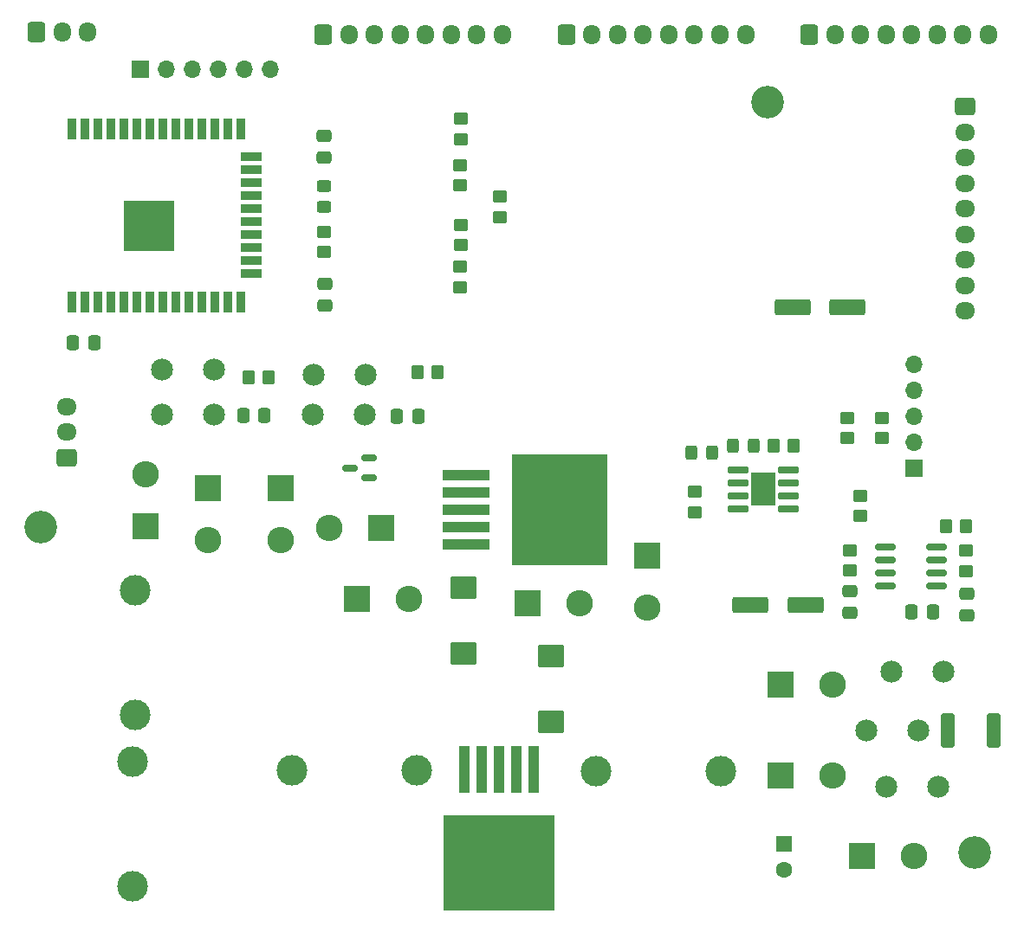
<source format=gts>
%TF.GenerationSoftware,KiCad,Pcbnew,(6.0.4)*%
%TF.CreationDate,2022-05-20T17:10:54-05:00*%
%TF.ProjectId,Easyrun,45617379-7275-46e2-9e6b-696361645f70,rev?*%
%TF.SameCoordinates,Original*%
%TF.FileFunction,Soldermask,Top*%
%TF.FilePolarity,Negative*%
%FSLAX46Y46*%
G04 Gerber Fmt 4.6, Leading zero omitted, Abs format (unit mm)*
G04 Created by KiCad (PCBNEW (6.0.4)) date 2022-05-20 17:10:54*
%MOMM*%
%LPD*%
G01*
G04 APERTURE LIST*
G04 Aperture macros list*
%AMRoundRect*
0 Rectangle with rounded corners*
0 $1 Rounding radius*
0 $2 $3 $4 $5 $6 $7 $8 $9 X,Y pos of 4 corners*
0 Add a 4 corners polygon primitive as box body*
4,1,4,$2,$3,$4,$5,$6,$7,$8,$9,$2,$3,0*
0 Add four circle primitives for the rounded corners*
1,1,$1+$1,$2,$3*
1,1,$1+$1,$4,$5*
1,1,$1+$1,$6,$7*
1,1,$1+$1,$8,$9*
0 Add four rect primitives between the rounded corners*
20,1,$1+$1,$2,$3,$4,$5,0*
20,1,$1+$1,$4,$5,$6,$7,0*
20,1,$1+$1,$6,$7,$8,$9,0*
20,1,$1+$1,$8,$9,$2,$3,0*%
G04 Aperture macros list end*
%ADD10RoundRect,0.250000X-0.600000X-0.725000X0.600000X-0.725000X0.600000X0.725000X-0.600000X0.725000X0*%
%ADD11O,1.700000X1.950000*%
%ADD12RoundRect,0.250000X-0.400000X-1.450000X0.400000X-1.450000X0.400000X1.450000X-0.400000X1.450000X0*%
%ADD13R,2.600000X2.600000*%
%ADD14O,2.600000X2.600000*%
%ADD15RoundRect,0.250000X-0.475000X0.337500X-0.475000X-0.337500X0.475000X-0.337500X0.475000X0.337500X0*%
%ADD16C,3.200000*%
%ADD17RoundRect,0.250000X-0.337500X-0.475000X0.337500X-0.475000X0.337500X0.475000X-0.337500X0.475000X0*%
%ADD18RoundRect,0.250000X0.337500X0.475000X-0.337500X0.475000X-0.337500X-0.475000X0.337500X-0.475000X0*%
%ADD19RoundRect,0.250000X-0.350000X-0.450000X0.350000X-0.450000X0.350000X0.450000X-0.350000X0.450000X0*%
%ADD20RoundRect,0.250000X-1.025000X0.875000X-1.025000X-0.875000X1.025000X-0.875000X1.025000X0.875000X0*%
%ADD21RoundRect,0.250000X0.475000X-0.337500X0.475000X0.337500X-0.475000X0.337500X-0.475000X-0.337500X0*%
%ADD22C,2.145000*%
%ADD23C,3.000000*%
%ADD24RoundRect,0.250000X0.450000X-0.350000X0.450000X0.350000X-0.450000X0.350000X-0.450000X-0.350000X0*%
%ADD25RoundRect,0.250000X-0.450000X0.350000X-0.450000X-0.350000X0.450000X-0.350000X0.450000X0.350000X0*%
%ADD26RoundRect,0.250000X-0.725000X0.600000X-0.725000X-0.600000X0.725000X-0.600000X0.725000X0.600000X0*%
%ADD27O,1.950000X1.700000*%
%ADD28RoundRect,0.250000X1.500000X0.550000X-1.500000X0.550000X-1.500000X-0.550000X1.500000X-0.550000X0*%
%ADD29RoundRect,0.042000X0.943000X0.258000X-0.943000X0.258000X-0.943000X-0.258000X0.943000X-0.258000X0*%
%ADD30R,2.413000X3.302000*%
%ADD31RoundRect,0.150000X-0.825000X-0.150000X0.825000X-0.150000X0.825000X0.150000X-0.825000X0.150000X0*%
%ADD32RoundRect,0.250000X-0.325000X-0.450000X0.325000X-0.450000X0.325000X0.450000X-0.325000X0.450000X0*%
%ADD33RoundRect,0.250000X-1.500000X-0.550000X1.500000X-0.550000X1.500000X0.550000X-1.500000X0.550000X0*%
%ADD34RoundRect,0.250000X-0.450000X0.325000X-0.450000X-0.325000X0.450000X-0.325000X0.450000X0.325000X0*%
%ADD35R,0.900000X2.000000*%
%ADD36R,2.000000X0.900000*%
%ADD37R,5.000000X5.000000*%
%ADD38RoundRect,0.150000X0.587500X0.150000X-0.587500X0.150000X-0.587500X-0.150000X0.587500X-0.150000X0*%
%ADD39RoundRect,0.250000X0.325000X0.450000X-0.325000X0.450000X-0.325000X-0.450000X0.325000X-0.450000X0*%
%ADD40R,4.600000X1.100000*%
%ADD41R,9.400000X10.800000*%
%ADD42R,1.600000X1.600000*%
%ADD43C,1.600000*%
%ADD44R,1.100000X4.600000*%
%ADD45R,10.800000X9.400000*%
%ADD46RoundRect,0.250000X0.725000X-0.600000X0.725000X0.600000X-0.725000X0.600000X-0.725000X-0.600000X0*%
%ADD47R,1.700000X1.700000*%
%ADD48O,1.700000X1.700000*%
%ADD49RoundRect,0.250000X0.350000X0.450000X-0.350000X0.450000X-0.350000X-0.450000X0.350000X-0.450000X0*%
%ADD50RoundRect,0.250000X1.025000X-0.875000X1.025000X0.875000X-1.025000X0.875000X-1.025000X-0.875000X0*%
G04 APERTURE END LIST*
D10*
%TO.C,J_Lector_2*%
X182014000Y-57035500D03*
D11*
X184514000Y-57035500D03*
X187014000Y-57035500D03*
X189514000Y-57035500D03*
X192014000Y-57035500D03*
X194514000Y-57035500D03*
X197014000Y-57035500D03*
X199514000Y-57035500D03*
%TD*%
D12*
%TO.C,FB1*%
X195549400Y-125115000D03*
X199999400Y-125115000D03*
%TD*%
D13*
%TO.C,D1*%
X140157600Y-105252200D03*
D14*
X135077600Y-105252200D03*
%TD*%
D15*
%TO.C,C1*%
X134640000Y-81445000D03*
X134640000Y-83520000D03*
%TD*%
D16*
%TO.C,REF\u002A\u002A*%
X198130000Y-137002200D03*
%TD*%
D17*
%TO.C,CB4*%
X141720500Y-94381000D03*
X143795500Y-94381000D03*
%TD*%
D18*
%TO.C,CB1*%
X112102500Y-87145000D03*
X110027500Y-87145000D03*
%TD*%
D10*
%TO.C,J_Lector_1*%
X158265000Y-56997500D03*
D11*
X160765000Y-56997500D03*
X163265000Y-56997500D03*
X165765000Y-56997500D03*
X168265000Y-56997500D03*
X170765000Y-56997500D03*
X173265000Y-56997500D03*
X175765000Y-56997500D03*
%TD*%
D13*
%TO.C,DFly1*%
X187157200Y-137408600D03*
D14*
X192237200Y-137408600D03*
%TD*%
D19*
%TO.C,Ra1*%
X195352000Y-105150600D03*
X197352000Y-105150600D03*
%TD*%
D20*
%TO.C,CBy3*%
X148244400Y-111145400D03*
X148244400Y-117545400D03*
%TD*%
D21*
%TO.C,C3*%
X134565000Y-69032500D03*
X134565000Y-66957500D03*
%TD*%
D22*
%TO.C,J_gnd1*%
X192694400Y-125115000D03*
X187614400Y-125115000D03*
%TD*%
D23*
%TO.C,LB3*%
X116075000Y-111375000D03*
X116075000Y-123575000D03*
%TD*%
%TO.C,Lb1*%
X115834000Y-128163000D03*
X115834000Y-140363000D03*
%TD*%
D13*
%TO.C,D3*%
X123220000Y-101405000D03*
D14*
X123220000Y-106485000D03*
%TD*%
D10*
%TO.C,J_Lector_3*%
X134516000Y-57035500D03*
D11*
X137016000Y-57035500D03*
X139516000Y-57035500D03*
X142016000Y-57035500D03*
X144516000Y-57035500D03*
X147016000Y-57035500D03*
X149516000Y-57035500D03*
X152016000Y-57035500D03*
%TD*%
D24*
%TO.C,RI2C1*%
X185684000Y-96498600D03*
X185684000Y-94498600D03*
%TD*%
D17*
%TO.C,CB2*%
X126683700Y-94279400D03*
X128758700Y-94279400D03*
%TD*%
D22*
%TO.C,B1_1*%
X118780400Y-89809000D03*
X123860400Y-89809000D03*
%TD*%
D24*
%TO.C,R6*%
X147840000Y-81720000D03*
X147840000Y-79720000D03*
%TD*%
D25*
%TO.C,R_RED1*%
X170799600Y-101763000D03*
X170799600Y-103763000D03*
%TD*%
D26*
%TO.C,J_Display1*%
X197257500Y-64070000D03*
D27*
X197257500Y-66570000D03*
X197257500Y-69070000D03*
X197257500Y-71570000D03*
X197257500Y-74070000D03*
X197257500Y-76570000D03*
X197257500Y-79070000D03*
X197257500Y-81570000D03*
X197257500Y-84070000D03*
%TD*%
D25*
%TO.C,R5*%
X147990000Y-65270000D03*
X147990000Y-67270000D03*
%TD*%
D28*
%TO.C,CBat1*%
X185742400Y-83713000D03*
X180342400Y-83713000D03*
%TD*%
D29*
%TO.C,U_ChargeControler1*%
X179982400Y-103398000D03*
X179982400Y-102128000D03*
X179982400Y-100858000D03*
X179982400Y-99588000D03*
X175032400Y-99588000D03*
X175032400Y-100858000D03*
X175032400Y-102128000D03*
X175032400Y-103398000D03*
D30*
X177507400Y-101493000D03*
%TD*%
D31*
%TO.C,U_555*%
X189446000Y-107188600D03*
X189446000Y-108458600D03*
X189446000Y-109728600D03*
X189446000Y-110998600D03*
X194396000Y-110998600D03*
X194396000Y-109728600D03*
X194396000Y-108458600D03*
X194396000Y-107188600D03*
%TD*%
D32*
%TO.C,D_RED1*%
X170485800Y-97886200D03*
X172535800Y-97886200D03*
%TD*%
D33*
%TO.C,CByBa1*%
X176227600Y-112821400D03*
X181627600Y-112821400D03*
%TD*%
D22*
%TO.C,J_Tap_1*%
X194594000Y-130633000D03*
X189514000Y-130633000D03*
%TD*%
D34*
%TO.C,L_p1*%
X134615000Y-71820000D03*
X134615000Y-73870000D03*
%TD*%
D16*
%TO.C,REF\u002A\u002A*%
X177962400Y-63600000D03*
%TD*%
D25*
%TO.C,R_Prog10*%
X186994800Y-102124000D03*
X186994800Y-104124000D03*
%TD*%
D22*
%TO.C,B2_1*%
X133553200Y-90322400D03*
X138633200Y-90322400D03*
%TD*%
%TO.C,B2*%
X133512400Y-94177800D03*
X138592400Y-94177800D03*
%TD*%
D35*
%TO.C,U1*%
X109966600Y-83221400D03*
X111236600Y-83221400D03*
X112506600Y-83221400D03*
X113776600Y-83221400D03*
X115046600Y-83221400D03*
X116316600Y-83221400D03*
X117586600Y-83221400D03*
X118856600Y-83221400D03*
X120126600Y-83221400D03*
X121396600Y-83221400D03*
X122666600Y-83221400D03*
X123936600Y-83221400D03*
X125206600Y-83221400D03*
X126476600Y-83221400D03*
D36*
X127476600Y-80436400D03*
X127476600Y-79166400D03*
X127476600Y-77896400D03*
X127476600Y-76626400D03*
X127476600Y-75356400D03*
X127476600Y-74086400D03*
X127476600Y-72816400D03*
X127476600Y-71546400D03*
X127476600Y-70276400D03*
X127476600Y-69006400D03*
D35*
X126476600Y-66221400D03*
X125206600Y-66221400D03*
X123936600Y-66221400D03*
X122666600Y-66221400D03*
X121396600Y-66221400D03*
X120126600Y-66221400D03*
X118856600Y-66221400D03*
X117586600Y-66221400D03*
X116316600Y-66221400D03*
X115046600Y-66221400D03*
X113776600Y-66221400D03*
X112506600Y-66221400D03*
X111236600Y-66221400D03*
X109966600Y-66221400D03*
D37*
X117466600Y-75721400D03*
%TD*%
D38*
%TO.C,QBoo1*%
X138971100Y-100360200D03*
X138971100Y-98460200D03*
X137096100Y-99410200D03*
%TD*%
D13*
%TO.C,DBoo1*%
X117124000Y-105145000D03*
D14*
X117124000Y-100065000D03*
%TD*%
D18*
%TO.C,C_cv1*%
X194087500Y-113532600D03*
X192012500Y-113532600D03*
%TD*%
D13*
%TO.C,D2*%
X166146000Y-108009000D03*
D14*
X166146000Y-113089000D03*
%TD*%
D39*
%TO.C,D_GREEN1*%
X176549000Y-97276600D03*
X174499000Y-97276600D03*
%TD*%
D40*
%TO.C,UB3v3*%
X148475000Y-100125000D03*
X148475000Y-101825000D03*
D41*
X157625000Y-103525000D03*
D40*
X148475000Y-103525000D03*
X148475000Y-105225000D03*
X148475000Y-106925000D03*
%TD*%
D23*
%TO.C,LB5*%
X143625600Y-128975800D03*
X131425600Y-128975800D03*
%TD*%
D16*
%TO.C,REF\u002A\u002A*%
X106893200Y-105201400D03*
%TD*%
D42*
%TO.C,Crec1*%
X179534000Y-136211621D03*
D43*
X179534000Y-138711621D03*
%TD*%
D13*
%TO.C,D_S1*%
X179188000Y-129520000D03*
D14*
X184268000Y-129520000D03*
%TD*%
D24*
%TO.C,RI2C2*%
X189087600Y-96498600D03*
X189087600Y-94498600D03*
%TD*%
D25*
%TO.C,R4*%
X151790000Y-72895000D03*
X151790000Y-74895000D03*
%TD*%
%TO.C,R_p1*%
X134565000Y-76320000D03*
X134565000Y-78320000D03*
%TD*%
D22*
%TO.C,B1*%
X118780400Y-94177800D03*
X123860400Y-94177800D03*
%TD*%
D15*
%TO.C,Cby2*%
X197368000Y-111733100D03*
X197368000Y-113808100D03*
%TD*%
D19*
%TO.C,R_GREEN1*%
X178486400Y-97276600D03*
X180486400Y-97276600D03*
%TD*%
D44*
%TO.C,UB5v0*%
X155048000Y-128890400D03*
X153348000Y-128890400D03*
D45*
X151648000Y-138040400D03*
D44*
X151648000Y-128890400D03*
X149948000Y-128890400D03*
X148248000Y-128890400D03*
%TD*%
D24*
%TO.C,Ro1*%
X185938000Y-109452600D03*
X185938000Y-107452600D03*
%TD*%
D46*
%TO.C,J_M2*%
X109465000Y-98405000D03*
D27*
X109465000Y-95905000D03*
X109465000Y-93405000D03*
%TD*%
D21*
%TO.C,C_by1*%
X185938000Y-113554100D03*
X185938000Y-111479100D03*
%TD*%
D47*
%TO.C,J_I2C1*%
X192206000Y-99481000D03*
D48*
X192206000Y-96941000D03*
X192206000Y-94401000D03*
X192206000Y-91861000D03*
X192206000Y-89321000D03*
%TD*%
D25*
%TO.C,RMISO1*%
X147890000Y-69795000D03*
X147890000Y-71795000D03*
%TD*%
D10*
%TO.C,J_M1*%
X106476000Y-56781500D03*
D11*
X108976000Y-56781500D03*
X111476000Y-56781500D03*
%TD*%
D47*
%TO.C,J_prog1*%
X116596000Y-60402000D03*
D48*
X119136000Y-60402000D03*
X121676000Y-60402000D03*
X124216000Y-60402000D03*
X126756000Y-60402000D03*
X129296000Y-60402000D03*
%TD*%
D19*
%TO.C,RBtn2*%
X143700000Y-90075000D03*
X145700000Y-90075000D03*
%TD*%
D13*
%TO.C,DB3*%
X137789200Y-112262600D03*
D14*
X142869200Y-112262600D03*
%TD*%
D49*
%TO.C,RBtn1*%
X129184400Y-90576400D03*
X127184400Y-90576400D03*
%TD*%
D25*
%TO.C,R1*%
X147940000Y-75620000D03*
X147940000Y-77620000D03*
%TD*%
%TO.C,Rb1*%
X197317200Y-107503400D03*
X197317200Y-109503400D03*
%TD*%
D13*
%TO.C,DB5*%
X154451600Y-112669000D03*
D14*
X159531600Y-112669000D03*
%TD*%
D23*
%TO.C,Lrec1*%
X173390000Y-129042000D03*
X161190000Y-129042000D03*
%TD*%
D13*
%TO.C,D4*%
X130332000Y-101405000D03*
D14*
X130332000Y-106485000D03*
%TD*%
D50*
%TO.C,CBy5*%
X156728000Y-124251000D03*
X156728000Y-117851000D03*
%TD*%
D22*
%TO.C,J_Tap_2*%
X195102000Y-119333000D03*
X190022000Y-119333000D03*
%TD*%
D13*
%TO.C,D_S2*%
X179166000Y-120630000D03*
D14*
X184246000Y-120630000D03*
%TD*%
M02*

</source>
